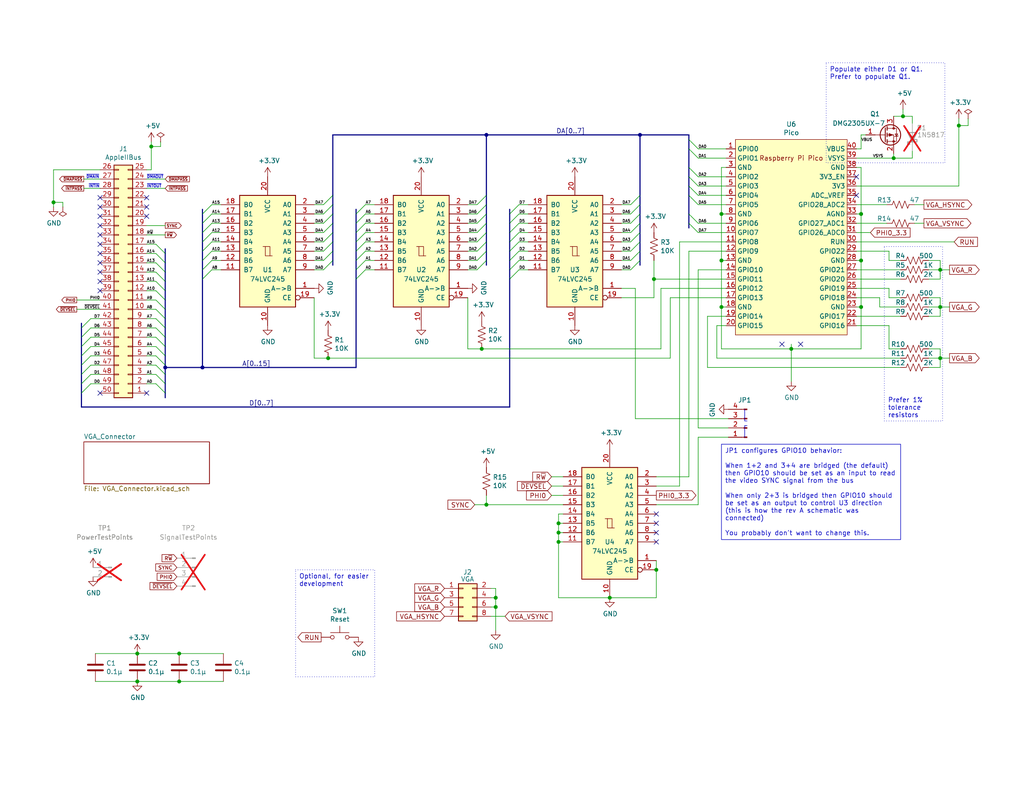
<source format=kicad_sch>
(kicad_sch (version 20230121) (generator eeschema)
  (paper "USLetter")
  (title_block (title "Apple II VGA Card, SMD Mod.") (date "2024-01-27") (rev "A") (comment 1 "Licensed under CERN-OHL-P V2.0 (https://ohwr.org/cern_ohl_p_v2.txt)") (comment 2 "Copyright (c) 2024 Priit Laes") (comment 3 "Copyright (c) 2021-2023 Mark Aikens"))
  (junction (at 179.07 155.575))
  (junction (at 48.895 178.435))
  (junction (at 132.715 36.83))
  (junction (at 48.895 186.055))
  (junction (at 135.255 165.735))
  (junction (at 55.245 100.33))
  (junction (at 14.605 55.245))
  (junction (at 166.37 163.195))
  (junction (at 41.275 40.005))
  (junction (at 243.84 43.18))
  (junction (at 196.85 58.42))
  (junction (at 45.085 100.33))
  (junction (at 152.4 142.875))
  (junction (at 256.54 83.82))
  (junction (at 196.85 83.82))
  (junction (at 132.715 137.795))
  (junction (at 152.4 147.955))
  (junction (at 196.85 71.12))
  (junction (at 261.62 34.29))
  (junction (at 246.38 31.75))
  (junction (at 234.95 71.12))
  (junction (at 178.435 76.2))
  (junction (at 234.95 58.42))
  (junction (at 89.535 97.79))
  (junction (at 215.9 95.25))
  (junction (at 174.625 36.83))
  (junction (at 37.465 178.435))
  (junction (at 131.445 95.25))
  (junction (at 256.54 73.66))
  (junction (at 234.95 83.82))
  (junction (at 135.255 163.195))
  (junction (at 37.465 186.055))
  (junction (at 152.4 145.415))
  (junction (at 256.54 97.79))
  (no_connect (at 27.305 59.055))
  (no_connect (at 27.305 69.215))
  (no_connect (at 233.68 48.26))
  (no_connect (at 218.44 93.98))
  (no_connect (at 233.68 53.34))
  (no_connect (at 27.305 71.755))
  (no_connect (at 27.305 61.595))
  (no_connect (at 40.005 107.315))
  (no_connect (at 27.305 79.375))
  (no_connect (at 213.36 93.98))
  (no_connect (at 40.005 59.055))
  (no_connect (at 40.005 56.515))
  (no_connect (at 179.07 147.955))
  (no_connect (at 40.005 53.975))
  (no_connect (at 27.305 76.835))
  (no_connect (at 179.07 140.335))
  (no_connect (at 27.305 56.515))
  (no_connect (at 179.07 145.415))
  (no_connect (at 27.305 107.315))
  (no_connect (at 27.305 64.135))
  (no_connect (at 179.07 142.875))
  (no_connect (at 27.305 74.295))
  (no_connect (at 27.305 53.975))
  (no_connect (at 27.305 66.675))
  (bus_entry (at 190.5 63.5) (size -2.54 -2.54))
  (bus_entry (at 139.065 63.5) (size 2.54 -2.54))
  (bus_entry (at 55.245 68.58) (size 2.54 -2.54))
  (bus_entry (at 97.155 66.04) (size 2.54 -2.54))
  (bus_entry (at 97.155 68.58) (size 2.54 -2.54))
  (bus_entry (at 22.225 94.615) (size 2.54 -2.54))
  (bus_entry (at 42.545 102.235) (size 2.54 2.54))
  (bus_entry (at 22.225 102.235) (size 2.54 -2.54))
  (bus_entry (at 190.5 48.26) (size -2.54 -2.54))
  (bus_entry (at 139.065 71.12) (size 2.54 -2.54))
  (bus_entry (at 88.265 55.88) (size 2.54 -2.54))
  (bus_entry (at 130.175 55.88) (size 2.54 -2.54))
  (bus_entry (at 55.245 63.5) (size 2.54 -2.54))
  (bus_entry (at 130.175 63.5) (size 2.54 -2.54))
  (bus_entry (at 42.545 74.295) (size 2.54 2.54))
  (bus_entry (at 97.155 58.42) (size 2.54 -2.54))
  (bus_entry (at 42.545 104.775) (size 2.54 2.54))
  (bus_entry (at 190.5 40.64) (size -2.54 -2.54))
  (bus_entry (at 42.545 81.915) (size 2.54 2.54))
  (bus_entry (at 190.5 55.88) (size -2.54 -2.54))
  (bus_entry (at 42.545 84.455) (size 2.54 2.54))
  (bus_entry (at 139.065 66.04) (size 2.54 -2.54))
  (bus_entry (at 130.175 68.58) (size 2.54 -2.54))
  (bus_entry (at 22.225 107.315) (size 2.54 -2.54))
  (bus_entry (at 97.155 73.66) (size 2.54 -2.54))
  (bus_entry (at 190.5 43.18) (size -2.54 -2.54))
  (bus_entry (at 130.175 71.12) (size 2.54 -2.54))
  (bus_entry (at 55.245 71.12) (size 2.54 -2.54))
  (bus_entry (at 88.265 63.5) (size 2.54 -2.54))
  (bus_entry (at 97.155 71.12) (size 2.54 -2.54))
  (bus_entry (at 172.085 58.42) (size 2.54 -2.54))
  (bus_entry (at 172.085 68.58) (size 2.54 -2.54))
  (bus_entry (at 22.225 92.075) (size 2.54 -2.54))
  (bus_entry (at 139.065 76.2) (size 2.54 -2.54))
  (bus_entry (at 42.545 71.755) (size 2.54 2.54))
  (bus_entry (at 97.155 63.5) (size 2.54 -2.54))
  (bus_entry (at 172.085 66.04) (size 2.54 -2.54))
  (bus_entry (at 88.265 60.96) (size 2.54 -2.54))
  (bus_entry (at 190.5 50.8) (size -2.54 -2.54))
  (bus_entry (at 42.545 69.215) (size 2.54 2.54))
  (bus_entry (at 42.545 89.535) (size 2.54 2.54))
  (bus_entry (at 172.085 60.96) (size 2.54 -2.54))
  (bus_entry (at 42.545 97.155) (size 2.54 2.54))
  (bus_entry (at 130.175 73.66) (size 2.54 -2.54))
  (bus_entry (at 42.545 66.675) (size 2.54 2.54))
  (bus_entry (at 42.545 76.835) (size 2.54 2.54))
  (bus_entry (at 42.545 99.695) (size 2.54 2.54))
  (bus_entry (at 130.175 60.96) (size 2.54 -2.54))
  (bus_entry (at 139.065 68.58) (size 2.54 -2.54))
  (bus_entry (at 139.065 58.42) (size 2.54 -2.54))
  (bus_entry (at 22.225 99.695) (size 2.54 -2.54))
  (bus_entry (at 42.545 79.375) (size 2.54 2.54))
  (bus_entry (at 88.265 68.58) (size 2.54 -2.54))
  (bus_entry (at 139.065 60.96) (size 2.54 -2.54))
  (bus_entry (at 88.265 58.42) (size 2.54 -2.54))
  (bus_entry (at 42.545 86.995) (size 2.54 2.54))
  (bus_entry (at 55.245 73.66) (size 2.54 -2.54))
  (bus_entry (at 172.085 71.12) (size 2.54 -2.54))
  (bus_entry (at 97.155 60.96) (size 2.54 -2.54))
  (bus_entry (at 88.265 71.12) (size 2.54 -2.54))
  (bus_entry (at 190.5 60.96) (size -2.54 -2.54))
  (bus_entry (at 190.5 53.34) (size -2.54 -2.54))
  (bus_entry (at 42.545 92.075) (size 2.54 2.54))
  (bus_entry (at 88.265 66.04) (size 2.54 -2.54))
  (bus_entry (at 55.245 66.04) (size 2.54 -2.54))
  (bus_entry (at 22.225 104.775) (size 2.54 -2.54))
  (bus_entry (at 172.085 55.88) (size 2.54 -2.54))
  (bus_entry (at 97.155 76.2) (size 2.54 -2.54))
  (bus_entry (at 88.265 73.66) (size 2.54 -2.54))
  (bus_entry (at 172.085 73.66) (size 2.54 -2.54))
  (bus_entry (at 130.175 58.42) (size 2.54 -2.54))
  (bus_entry (at 139.065 73.66) (size 2.54 -2.54))
  (bus_entry (at 130.175 66.04) (size 2.54 -2.54))
  (bus_entry (at 172.085 63.5) (size 2.54 -2.54))
  (bus_entry (at 55.245 76.2) (size 2.54 -2.54))
  (bus_entry (at 55.245 60.96) (size 2.54 -2.54))
  (bus_entry (at 55.245 58.42) (size 2.54 -2.54))
  (bus_entry (at 22.225 89.535) (size 2.54 -2.54))
  (bus_entry (at 42.545 94.615) (size 2.54 2.54))
  (bus_entry (at 22.225 97.155) (size 2.54 -2.54))
  (bus (pts (xy 45.085 94.615) (xy 45.085 97.155)))
  (wire (pts (xy 42.545 66.675) (xy 40.005 66.675)))
  (wire (pts (xy 234.95 83.82) (xy 234.95 71.12)))
  (wire (pts (xy 42.545 81.915) (xy 40.005 81.915)))
  (bus (pts (xy 187.96 36.83) (xy 187.96 38.1)))
  (wire (pts (xy 253.365 81.28) (xy 256.54 81.28)))
  (bus (pts (xy 97.155 63.5) (xy 97.155 66.04)))
  (wire (pts (xy 152.4 140.335) (xy 152.4 142.875)))
  (wire (pts (xy 26.035 178.435) (xy 37.465 178.435)))
  (wire (pts (xy 57.785 68.58) (xy 60.325 68.58)))
  (wire (pts (xy 152.4 140.335) (xy 153.67 140.335)))
  (bus (pts (xy 139.065 66.04) (xy 139.065 68.58)))
  (wire (pts (xy 24.765 104.775) (xy 27.305 104.775)))
  (wire (pts (xy 256.54 81.28) (xy 256.54 83.82)))
  (bus (pts (xy 90.805 36.83) (xy 132.715 36.83)))
  (wire (pts (xy 42.545 92.075) (xy 40.005 92.075)))
  (wire (pts (xy 233.68 73.66) (xy 245.745 73.66)))
  (wire (pts (xy 152.4 142.875) (xy 152.4 145.415)))
  (wire (pts (xy 256.54 83.82) (xy 253.365 83.82)))
  (wire (pts (xy 14.605 46.355) (xy 14.605 55.245)))
  (wire (pts (xy 259.08 73.66) (xy 256.54 73.66)))
  (bus (pts (xy 187.96 58.42) (xy 187.96 60.96)))
  (bus (pts (xy 139.065 76.2) (xy 139.065 111.125)))
  (bus (pts (xy 132.715 63.5) (xy 132.715 66.04)))
  (wire (pts (xy 234.95 71.12) (xy 233.68 71.12)))
  (wire (pts (xy 234.95 40.64) (xy 233.68 40.64)))
  (wire (pts (xy 144.145 71.12) (xy 141.605 71.12)))
  (wire (pts (xy 41.275 40.005) (xy 43.815 40.005)))
  (wire (pts (xy 132.715 137.795) (xy 129.54 137.795)))
  (wire (pts (xy 196.85 95.25) (xy 196.85 83.82)))
  (wire (pts (xy 245.745 81.28) (xy 242.57 81.28)))
  (wire (pts (xy 152.4 163.195) (xy 166.37 163.195)))
  (wire (pts (xy 152.4 147.955) (xy 153.67 147.955)))
  (wire (pts (xy 243.84 41.91) (xy 243.84 43.18)))
  (wire (pts (xy 169.545 81.28) (xy 178.435 81.28)))
  (wire (pts (xy 42.545 84.455) (xy 40.005 84.455)))
  (bus (pts (xy 45.085 97.155) (xy 45.085 99.695)))
  (wire (pts (xy 195.58 88.9) (xy 198.12 88.9)))
  (wire (pts (xy 173.355 114.3) (xy 198.755 114.3)))
  (wire (pts (xy 190.5 63.5) (xy 198.12 63.5)))
  (wire (pts (xy 88.265 73.66) (xy 85.725 73.66)))
  (wire (pts (xy 233.68 76.2) (xy 245.745 76.2)))
  (wire (pts (xy 196.85 83.82) (xy 196.85 71.12)))
  (wire (pts (xy 102.235 71.12) (xy 99.695 71.12)))
  (wire (pts (xy 132.715 135.255) (xy 132.715 137.795)))
  (bus (pts (xy 139.065 71.12) (xy 139.065 73.66)))
  (wire (pts (xy 242.57 71.12) (xy 242.57 68.58)))
  (wire (pts (xy 144.145 58.42) (xy 141.605 58.42)))
  (wire (pts (xy 14.605 46.355) (xy 27.305 46.355)))
  (bus (pts (xy 187.96 50.8) (xy 187.96 53.34)))
  (bus (pts (xy 45.085 100.33) (xy 45.085 102.235)))
  (wire (pts (xy 144.145 55.88) (xy 141.605 55.88)))
  (wire (pts (xy 130.175 68.58) (xy 127.635 68.58)))
  (wire (pts (xy 252.095 55.88) (xy 249.555 55.88)))
  (wire (pts (xy 57.785 71.12) (xy 60.325 71.12)))
  (bus (pts (xy 45.085 104.775) (xy 45.085 107.315)))
  (wire (pts (xy 256.54 86.36) (xy 256.54 83.82)))
  (bus (pts (xy 187.96 40.64) (xy 187.96 45.72)))
  (wire (pts (xy 178.435 71.12) (xy 178.435 76.2)))
  (wire (pts (xy 131.445 95.25) (xy 180.34 95.25)))
  (wire (pts (xy 127.635 95.25) (xy 131.445 95.25)))
  (bus (pts (xy 132.715 66.04) (xy 132.715 68.58)))
  (bus (pts (xy 45.085 74.295) (xy 45.085 76.835)))
  (bus (pts (xy 174.625 36.83) (xy 187.96 36.83)))
  (wire (pts (xy 57.785 63.5) (xy 60.325 63.5)))
  (wire (pts (xy 190.5 119.38) (xy 190.5 137.795)))
  (wire (pts (xy 85.725 71.12) (xy 88.265 71.12)))
  (bus (pts (xy 45.085 76.835) (xy 45.085 79.375)))
  (wire (pts (xy 187.96 68.58) (xy 198.12 68.58)))
  (wire (pts (xy 179.07 153.035) (xy 179.07 155.575)))
  (bus (pts (xy 187.96 53.34) (xy 187.96 58.42)))
  (wire (pts (xy 261.62 34.29) (xy 261.62 32.385)))
  (wire (pts (xy 150.495 135.255) (xy 153.67 135.255)))
  (bus (pts (xy 132.715 36.83) (xy 174.625 36.83)))
  (wire (pts (xy 42.545 94.615) (xy 40.005 94.615)))
  (wire (pts (xy 190.5 60.96) (xy 198.12 60.96)))
  (wire (pts (xy 242.57 95.25) (xy 245.745 95.25)))
  (wire (pts (xy 57.785 73.66) (xy 60.325 73.66)))
  (wire (pts (xy 102.235 58.42) (xy 99.695 58.42)))
  (wire (pts (xy 259.08 97.79) (xy 256.54 97.79)))
  (bus (pts (xy 22.225 111.125) (xy 139.065 111.125)))
  (wire (pts (xy 144.145 68.58) (xy 141.605 68.58)))
  (wire (pts (xy 240.03 81.28) (xy 233.68 81.28)))
  (wire (pts (xy 256.54 97.79) (xy 253.365 97.79)))
  (wire (pts (xy 42.545 89.535) (xy 40.005 89.535)))
  (wire (pts (xy 196.85 58.42) (xy 198.12 58.42)))
  (wire (pts (xy 172.085 66.04) (xy 169.545 66.04)))
  (bus (pts (xy 55.245 68.58) (xy 55.245 71.12)))
  (bus (pts (xy 45.085 79.375) (xy 45.085 81.915)))
  (wire (pts (xy 102.235 60.96) (xy 99.695 60.96)))
  (wire (pts (xy 27.305 81.915) (xy 20.955 81.915)))
  (wire (pts (xy 57.785 60.96) (xy 60.325 60.96)))
  (wire (pts (xy 253.365 76.2) (xy 256.54 76.2)))
  (wire (pts (xy 198.12 50.8) (xy 190.5 50.8)))
  (wire (pts (xy 253.365 100.33) (xy 256.54 100.33)))
  (wire (pts (xy 190.5 53.34) (xy 198.12 53.34)))
  (bus (pts (xy 174.625 63.5) (xy 174.625 66.04)))
  (wire (pts (xy 127.635 81.28) (xy 127.635 95.25)))
  (wire (pts (xy 172.085 71.12) (xy 169.545 71.12)))
  (bus (pts (xy 90.805 55.88) (xy 90.805 58.42)))
  (wire (pts (xy 152.4 142.875) (xy 153.67 142.875)))
  (wire (pts (xy 88.265 55.88) (xy 85.725 55.88)))
  (wire (pts (xy 135.255 165.735) (xy 133.985 165.735)))
  (wire (pts (xy 190.5 55.88) (xy 198.12 55.88)))
  (wire (pts (xy 40.005 48.895) (xy 45.085 48.895)))
  (wire (pts (xy 193.04 86.36) (xy 198.12 86.36)))
  (wire (pts (xy 233.68 50.8) (xy 261.62 50.8)))
  (wire (pts (xy 88.265 66.04) (xy 85.725 66.04)))
  (bus (pts (xy 90.805 53.34) (xy 90.805 55.88)))
  (wire (pts (xy 172.085 58.42) (xy 169.545 58.42)))
  (bus (pts (xy 97.155 68.58) (xy 97.155 71.12)))
  (bus (pts (xy 90.805 66.04) (xy 90.805 68.58)))
  (wire (pts (xy 150.495 132.715) (xy 153.67 132.715)))
  (wire (pts (xy 169.545 73.66) (xy 172.085 73.66)))
  (bus (pts (xy 45.085 99.695) (xy 45.085 100.33)))
  (wire (pts (xy 195.58 97.79) (xy 245.745 97.79)))
  (wire (pts (xy 234.95 36.83) (xy 234.95 40.64)))
  (bus (pts (xy 45.085 89.535) (xy 45.085 92.075)))
  (wire (pts (xy 40.005 46.355) (xy 41.275 46.355)))
  (wire (pts (xy 88.265 63.5) (xy 85.725 63.5)))
  (wire (pts (xy 215.9 95.25) (xy 234.95 95.25)))
  (wire (pts (xy 193.04 100.33) (xy 245.745 100.33)))
  (wire (pts (xy 130.175 71.12) (xy 127.635 71.12)))
  (bus (pts (xy 45.085 84.455) (xy 45.085 86.995)))
  (bus (pts (xy 174.625 55.88) (xy 174.625 58.42)))
  (bus (pts (xy 132.715 36.83) (xy 132.715 53.34)))
  (wire (pts (xy 102.235 55.88) (xy 99.695 55.88)))
  (bus (pts (xy 55.245 100.33) (xy 97.155 100.33)))
  (bus (pts (xy 187.96 48.26) (xy 187.96 50.8)))
  (wire (pts (xy 190.5 119.38) (xy 198.755 119.38)))
  (bus (pts (xy 45.085 92.075) (xy 45.085 94.615)))
  (wire (pts (xy 196.85 71.12) (xy 196.85 58.42)))
  (wire (pts (xy 144.145 66.04) (xy 141.605 66.04)))
  (wire (pts (xy 43.815 40.005) (xy 43.815 38.735)))
  (wire (pts (xy 182.88 81.28) (xy 198.12 81.28)))
  (wire (pts (xy 57.785 55.88) (xy 60.325 55.88)))
  (bus (pts (xy 97.155 58.42) (xy 97.155 60.96)))
  (wire (pts (xy 135.255 160.655) (xy 135.255 163.195)))
  (polyline (pts (xy 203.2 111.76) (xy 203.2 114.935)))
  (wire (pts (xy 130.175 73.66) (xy 127.635 73.66)))
  (wire (pts (xy 102.235 66.04) (xy 99.695 66.04)))
  (wire (pts (xy 102.235 63.5) (xy 99.695 63.5)))
  (bus (pts (xy 139.065 57.15) (xy 139.065 58.42)))
  (bus (pts (xy 22.225 99.695) (xy 22.225 102.235)))
  (wire (pts (xy 253.365 86.36) (xy 256.54 86.36)))
  (wire (pts (xy 41.275 46.355) (xy 41.275 40.005)))
  (bus (pts (xy 139.065 58.42) (xy 139.065 60.96)))
  (wire (pts (xy 88.265 60.96) (xy 85.725 60.96)))
  (wire (pts (xy 246.38 29.845) (xy 246.38 31.75)))
  (wire (pts (xy 240.03 83.82) (xy 245.745 83.82)))
  (wire (pts (xy 135.255 163.195) (xy 135.255 165.735)))
  (wire (pts (xy 242.57 88.9) (xy 242.57 95.25)))
  (wire (pts (xy 264.16 32.385) (xy 264.16 34.29)))
  (bus (pts (xy 45.085 67.945) (xy 45.085 69.215)))
  (wire (pts (xy 135.255 163.195) (xy 133.985 163.195)))
  (wire (pts (xy 48.895 186.055) (xy 37.465 186.055)))
  (bus (pts (xy 132.715 58.42) (xy 132.715 60.96)))
  (wire (pts (xy 187.96 68.58) (xy 187.96 130.175)))
  (bus (pts (xy 97.155 57.15) (xy 97.155 58.42)))
  (wire (pts (xy 242.57 78.74) (xy 233.68 78.74)))
  (bus (pts (xy 187.96 60.96) (xy 187.96 62.23)))
  (wire (pts (xy 242.57 81.28) (xy 242.57 78.74)))
  (wire (pts (xy 130.175 63.5) (xy 127.635 63.5)))
  (wire (pts (xy 256.54 95.25) (xy 256.54 97.79)))
  (wire (pts (xy 196.85 58.42) (xy 196.85 45.72)))
  (wire (pts (xy 215.9 95.25) (xy 215.9 93.98)))
  (wire (pts (xy 152.4 145.415) (xy 153.67 145.415)))
  (wire (pts (xy 242.57 68.58) (xy 233.68 68.58)))
  (wire (pts (xy 179.07 132.715) (xy 185.42 132.715)))
  (wire (pts (xy 234.95 45.72) (xy 233.68 45.72)))
  (wire (pts (xy 133.985 168.275) (xy 137.795 168.275)))
  (wire (pts (xy 24.765 86.995) (xy 27.305 86.995)))
  (wire (pts (xy 40.005 61.595) (xy 45.085 61.595)))
  (wire (pts (xy 144.145 63.5) (xy 141.605 63.5)))
  (wire (pts (xy 130.175 66.04) (xy 127.635 66.04)))
  (wire (pts (xy 234.95 36.83) (xy 236.22 36.83)))
  (bus (pts (xy 97.155 60.96) (xy 97.155 63.5)))
  (wire (pts (xy 178.435 76.2) (xy 178.435 81.28)))
  (bus (pts (xy 45.085 102.235) (xy 45.085 104.775)))
  (bus (pts (xy 174.625 58.42) (xy 174.625 60.96)))
  (wire (pts (xy 17.145 55.245) (xy 14.605 55.245)))
  (wire (pts (xy 57.785 66.04) (xy 60.325 66.04)))
  (wire (pts (xy 242.57 88.9) (xy 233.68 88.9)))
  (bus (pts (xy 139.065 73.66) (xy 139.065 76.2)))
  (wire (pts (xy 193.04 100.33) (xy 193.04 86.36)))
  (bus (pts (xy 139.065 68.58) (xy 139.065 71.12)))
  (wire (pts (xy 246.38 31.75) (xy 248.92 31.75)))
  (bus (pts (xy 139.065 60.96) (xy 139.065 63.5)))
  (wire (pts (xy 17.145 56.515) (xy 17.145 55.245)))
  (wire (pts (xy 40.005 51.435) (xy 45.085 51.435)))
  (wire (pts (xy 27.305 48.895) (xy 22.86 48.895)))
  (bus (pts (xy 22.225 97.155) (xy 22.225 99.695)))
  (wire (pts (xy 259.08 83.82) (xy 256.54 83.82)))
  (bus (pts (xy 45.085 69.215) (xy 45.085 71.755)))
  (wire (pts (xy 243.84 43.18) (xy 248.92 43.18)))
  (bus (pts (xy 187.96 45.72) (xy 187.96 48.26)))
  (wire (pts (xy 196.85 45.72) (xy 198.12 45.72)))
  (bus (pts (xy 97.155 66.04) (xy 97.155 68.58)))
  (wire (pts (xy 152.4 147.955) (xy 152.4 163.195)))
  (wire (pts (xy 24.765 94.615) (xy 27.305 94.615)))
  (wire (pts (xy 185.42 66.04) (xy 185.42 132.715)))
  (bus (pts (xy 45.085 100.33) (xy 55.245 100.33)))
  (wire (pts (xy 37.465 186.055) (xy 26.035 186.055)))
  (wire (pts (xy 45.085 64.135) (xy 40.005 64.135)))
  (wire (pts (xy 179.07 155.575) (xy 179.07 163.195)))
  (wire (pts (xy 20.955 84.455) (xy 27.305 84.455)))
  (wire (pts (xy 88.265 68.58) (xy 85.725 68.58)))
  (wire (pts (xy 242.57 71.12) (xy 245.745 71.12)))
  (bus (pts (xy 90.805 60.96) (xy 90.805 63.5)))
  (wire (pts (xy 243.84 31.75) (xy 246.38 31.75)))
  (bus (pts (xy 22.225 107.315) (xy 22.225 111.125)))
  (bus (pts (xy 22.225 94.615) (xy 22.225 97.155)))
  (wire (pts (xy 48.895 178.435) (xy 60.96 178.435)))
  (wire (pts (xy 234.95 58.42) (xy 234.95 45.72)))
  (wire (pts (xy 89.535 97.79) (xy 182.88 97.79)))
  (wire (pts (xy 173.355 78.74) (xy 169.545 78.74)))
  (wire (pts (xy 42.545 104.775) (xy 40.005 104.775)))
  (wire (pts (xy 42.545 76.835) (xy 40.005 76.835)))
  (wire (pts (xy 241.935 60.96) (xy 233.68 60.96)))
  (wire (pts (xy 57.785 58.42) (xy 60.325 58.42)))
  (wire (pts (xy 42.545 99.695) (xy 40.005 99.695)))
  (polyline (pts (xy 203.835 114.935) (xy 203.2 114.935)))
  (bus (pts (xy 90.805 68.58) (xy 90.805 71.12)))
  (wire (pts (xy 42.545 86.995) (xy 40.005 86.995)))
  (wire (pts (xy 253.365 71.12) (xy 256.54 71.12)))
  (wire (pts (xy 130.175 55.88) (xy 127.635 55.88)))
  (bus (pts (xy 132.715 60.96) (xy 132.715 63.5)))
  (wire (pts (xy 256.54 73.66) (xy 253.365 73.66)))
  (wire (pts (xy 42.545 79.375) (xy 40.005 79.375)))
  (wire (pts (xy 42.545 69.215) (xy 40.005 69.215)))
  (wire (pts (xy 234.95 83.82) (xy 233.68 83.82)))
  (bus (pts (xy 55.245 66.04) (xy 55.245 68.58)))
  (bus (pts (xy 90.805 71.12) (xy 90.805 72.39)))
  (bus (pts (xy 55.245 76.2) (xy 55.245 100.33)))
  (wire (pts (xy 133.985 160.655) (xy 135.255 160.655)))
  (wire (pts (xy 233.68 86.36) (xy 245.745 86.36)))
  (bus (pts (xy 45.085 86.995) (xy 45.085 89.535)))
  (wire (pts (xy 180.34 78.74) (xy 198.12 78.74)))
  (bus (pts (xy 55.245 60.96) (xy 55.245 63.5)))
  (bus (pts (xy 22.225 102.235) (xy 22.225 104.775)))
  (wire (pts (xy 173.355 78.74) (xy 173.355 114.3)))
  (wire (pts (xy 150.495 130.175) (xy 153.67 130.175)))
  (wire (pts (xy 240.03 83.82) (xy 240.03 81.28)))
  (bus (pts (xy 45.085 107.315) (xy 45.085 108.585)))
  (wire (pts (xy 144.145 73.66) (xy 141.605 73.66)))
  (wire (pts (xy 190.5 137.795) (xy 179.07 137.795)))
  (wire (pts (xy 144.145 60.96) (xy 141.605 60.96)))
  (wire (pts (xy 234.95 95.25) (xy 234.95 83.82)))
  (polyline (pts (xy 203.2 119.38) (xy 203.2 116.205)))
  (polyline (pts (xy 203.835 116.205) (xy 203.2 116.205)))
  (bus (pts (xy 132.715 71.12) (xy 132.715 72.39)))
  (bus (pts (xy 174.625 53.34) (xy 174.625 55.88)))
  (wire (pts (xy 237.49 63.5) (xy 233.68 63.5)))
  (bus (pts (xy 45.085 71.755) (xy 45.085 74.295)))
  (bus (pts (xy 55.245 57.15) (xy 55.245 58.42)))
  (wire (pts (xy 24.765 102.235) (xy 27.305 102.235)))
  (wire (pts (xy 264.16 34.29) (xy 261.62 34.29)))
  (wire (pts (xy 42.545 71.755) (xy 40.005 71.755)))
  (bus (pts (xy 174.625 68.58) (xy 174.625 71.12)))
  (bus (pts (xy 45.085 81.915) (xy 45.085 84.455)))
  (bus (pts (xy 22.225 88.265) (xy 22.225 89.535)))
  (wire (pts (xy 233.68 66.04) (xy 260.35 66.04)))
  (wire (pts (xy 248.92 43.18) (xy 248.92 41.275)))
  (wire (pts (xy 190.5 116.84) (xy 198.755 116.84)))
  (wire (pts (xy 256.54 76.2) (xy 256.54 73.66)))
  (wire (pts (xy 248.92 31.75) (xy 248.92 33.655)))
  (wire (pts (xy 166.37 163.195) (xy 179.07 163.195)))
  (wire (pts (xy 185.42 66.04) (xy 198.12 66.04)))
  (wire (pts (xy 85.725 81.28) (xy 85.725 97.79)))
  (wire (pts (xy 88.265 58.42) (xy 85.725 58.42)))
  (bus (pts (xy 97.155 71.12) (xy 97.155 73.66)))
  (wire (pts (xy 132.715 137.795) (xy 153.67 137.795)))
  (wire (pts (xy 172.085 63.5) (xy 169.545 63.5)))
  (wire (pts (xy 190.5 73.66) (xy 190.5 116.84)))
  (bus (pts (xy 90.805 58.42) (xy 90.805 60.96)))
  (bus (pts (xy 90.805 36.83) (xy 90.805 53.34)))
  (bus (pts (xy 55.245 58.42) (xy 55.245 60.96)))
  (bus (pts (xy 22.225 89.535) (xy 22.225 92.075)))
  (wire (pts (xy 85.725 97.79) (xy 89.535 97.79)))
  (bus (pts (xy 97.155 76.2) (xy 97.155 100.33)))
  (bus (pts (xy 22.225 92.075) (xy 22.225 94.615)))
  (wire (pts (xy 172.085 68.58) (xy 169.545 68.58)))
  (wire (pts (xy 130.175 58.42) (xy 127.635 58.42)))
  (wire (pts (xy 233.68 43.18) (xy 243.84 43.18)))
  (bus (pts (xy 97.155 73.66) (xy 97.155 76.2)))
  (wire (pts (xy 41.275 40.005) (xy 41.275 38.735)))
  (wire (pts (xy 190.5 43.18) (xy 198.12 43.18)))
  (wire (pts (xy 130.175 60.96) (xy 127.635 60.96)))
  (wire (pts (xy 234.95 71.12) (xy 234.95 58.42)))
  (bus (pts (xy 55.245 63.5) (xy 55.245 66.04)))
  (bus (pts (xy 55.245 73.66) (xy 55.245 76.2)))
  (wire (pts (xy 241.935 55.88) (xy 233.68 55.88)))
  (bus (pts (xy 55.245 71.12) (xy 55.245 73.66)))
  (wire (pts (xy 24.765 89.535) (xy 27.305 89.535)))
  (wire (pts (xy 172.085 60.96) (xy 169.545 60.96)))
  (wire (pts (xy 172.085 55.88) (xy 169.545 55.88)))
  (wire (pts (xy 196.85 83.82) (xy 198.12 83.82)))
  (bus (pts (xy 139.065 63.5) (xy 139.065 66.04)))
  (wire (pts (xy 180.34 95.25) (xy 180.34 78.74)))
  (wire (pts (xy 253.365 95.25) (xy 256.54 95.25)))
  (wire (pts (xy 252.095 60.96) (xy 249.555 60.96)))
  (wire (pts (xy 179.07 130.175) (xy 187.96 130.175)))
  (wire (pts (xy 198.12 73.66) (xy 190.5 73.66)))
  (bus (pts (xy 22.225 104.775) (xy 22.225 107.315)))
  (wire (pts (xy 42.545 102.235) (xy 40.005 102.235)))
  (bus (pts (xy 132.715 55.88) (xy 132.715 58.42)))
  (wire (pts (xy 190.5 48.26) (xy 198.12 48.26)))
  (wire (pts (xy 24.765 97.155) (xy 27.305 97.155)))
  (bus (pts (xy 174.625 60.96) (xy 174.625 63.5)))
  (wire (pts (xy 196.85 71.12) (xy 198.12 71.12)))
  (bus (pts (xy 132.715 68.58) (xy 132.715 71.12)))
  (wire (pts (xy 178.435 76.2) (xy 198.12 76.2)))
  (wire (pts (xy 24.765 99.695) (xy 27.305 99.695)))
  (wire (pts (xy 42.545 97.155) (xy 40.005 97.155)))
  (wire (pts (xy 234.95 58.42) (xy 233.68 58.42)))
  (bus (pts (xy 187.96 38.1) (xy 187.96 40.64)))
  (wire (pts (xy 48.895 186.055) (xy 60.96 186.055)))
  (bus (pts (xy 90.805 63.5) (xy 90.805 66.04)))
  (wire (pts (xy 152.4 145.415) (xy 152.4 147.955)))
  (bus (pts (xy 174.625 66.04) (xy 174.625 68.58)))
  (wire (pts (xy 102.235 68.58) (xy 99.695 68.58)))
  (wire (pts (xy 195.58 97.79) (xy 195.58 88.9)))
  (wire (pts (xy 24.765 92.075) (xy 27.305 92.075)))
  (bus (pts (xy 174.625 71.12) (xy 174.625 72.39)))
  (wire (pts (xy 215.9 104.14) (xy 215.9 95.25)))
  (wire (pts (xy 256.54 71.12) (xy 256.54 73.66)))
  (bus (pts (xy 174.625 36.83) (xy 174.625 53.34)))
  (wire (pts (xy 256.54 100.33) (xy 256.54 97.79)))
  (wire (pts (xy 37.465 178.435) (xy 48.895 178.435)))
  (wire (pts (xy 182.88 97.79) (xy 182.88 81.28)))
  (wire (pts (xy 22.86 51.435) (xy 27.305 51.435)))
  (bus (pts (xy 132.715 53.34) (xy 132.715 55.88)))
  (wire (pts (xy 14.605 55.245) (xy 14.605 56.515)))
  (wire (pts (xy 42.545 74.295) (xy 40.005 74.295)))
  (wire (pts (xy 261.62 50.8) (xy 261.62 34.29)))
  (wire (pts (xy 135.255 165.735) (xy 135.255 172.085)))
  (wire (pts (xy 196.85 95.25) (xy 215.9 95.25)))
  (wire (pts (xy 190.5 40.64) (xy 198.12 40.64)))
  (wire (pts (xy 102.235 73.66) (xy 99.695 73.66)))
  (text_box "Optional, for easier development" (at 80.645 155.575 0) (size 21.59 29.21) (stroke (width 0) (type dot)) (effects (font (size 1.27 1.27)) (justify left top)))
  (text_box "Populate either D1 or Q1. Prefer to populate Q1." (at 225.425 17.145 0) (size 32.385 27.305) (stroke (width 0) (type dot)) (effects (font (size 1.27 1.27)) (justify left top)))
  (text_box "JP1 configures GPIO10 behavior:\n\nWhen 1+2 and 3+4 are bridged (the default) then GPIO10 should be set as an input to read the video SYNC signal from the bus\n\nWhen only 2+3 is bridged then GPIO10 should be set as an output to control U3 direction (this is how the rev A schematic was connected)\n\nYou probably don't want to change this." (at 196.85 121.285 0) (size 48.895 26.035) (effects (font (size 1.27 1.27)) (justify left top)))
  (text_box "Prefer 1% tolerance resistors" (at 241.3 67.31 0) (size 15.875 47.625) (stroke (width 0) (type dot)) (effects (font (size 1.27 1.27)) (justify left bottom)))
  (text "~{DMAIN}" (at 23.495 48.895 0) (effects (font (size 0.762 0.762)) (justify left bottom)))
  (text "~{INTOUT}" (at 40.005 51.435 0) (effects (font (size 0.762 0.762)) (justify left bottom)))
  (text "~{DMAOUT}" (at 40.005 48.895 0) (effects (font (size 0.762 0.762)) (justify left bottom)))
  (text "~{INTIN}" (at 24.13 51.435 0) (effects (font (size 0.762 0.762)) (justify left bottom)))
  (label "D4" (at 141.605 63.5 0) (effects (font (size 0.762 0.762))))
  (label "DA7" (at 172.085 55.88 180) (effects (font (size 0.762 0.762))))
  (label "A0" (at 99.695 73.66 0) (effects (font (size 0.762 0.762))))
  (label "DA6" (at 130.175 58.42 180) (effects (font (size 0.762 0.762))))
  (label "PHI0" (at 27.305 81.915 180) (effects (font (size 0.762 0.762))))
  (label "D3" (at 141.605 66.04 0) (effects (font (size 0.762 0.762))))
  (label "A0" (at 40.005 104.775 0) (effects (font (size 0.762 0.762))))
  (label "DA1" (at 88.265 71.12 180) (effects (font (size 0.762 0.762))))
  (label "D1" (at 27.305 102.235 180) (effects (font (size 0.762 0.762))))
  (label "D5" (at 27.305 92.075 180) (effects (font (size 0.762 0.762))))
  (label "A13" (at 40.005 71.755 0) (effects (font (size 0.762 0.762))))
  (label "A1" (at 40.005 102.235 0) (effects (font (size 0.762 0.762))))
  (label "A11" (at 57.785 66.04 0) (effects (font (size 0.762 0.762))))
  (label "DA3" (at 190.5 50.8 0) (effects (font (size 0.762 0.762))))
  (label "A8" (at 40.005 84.455 0) (effects (font (size 0.762 0.762))))
  (label "A11" (at 40.005 76.835 0) (effects (font (size 0.762 0.762))))
  (label "D6" (at 141.605 58.42 0) (effects (font (size 0.762 0.762))))
  (label "A7" (at 99.695 55.88 0) (effects (font (size 0.762 0.762))))
  (label "A3" (at 40.005 97.155 0) (effects (font (size 0.762 0.762))))
  (label "A8" (at 57.785 73.66 0) (effects (font (size 0.762 0.762))))
  (label "A2" (at 99.695 68.58 0) (effects (font (size 0.762 0.762))))
  (label "DA5" (at 172.085 60.96 180) (effects (font (size 0.762 0.762))))
  (label "A[0..15]" (at 66.04 100.33 0))
  (label "DA7" (at 130.175 55.88 180) (effects (font (size 0.762 0.762))))
  (label "A15" (at 57.785 55.88 0) (effects (font (size 0.762 0.762))))
  (label "D0" (at 27.305 104.775 180) (effects (font (size 0.762 0.762))))
  (label "DA0" (at 172.085 73.66 180) (effects (font (size 0.762 0.762))))
  (label "VSYS" (at 238.125 43.18 0) (effects (font (size 0.75 0.75))))
  (label "A6" (at 40.005 89.535 0) (effects (font (size 0.762 0.762))))
  (label "D0" (at 141.605 73.66 0) (effects (font (size 0.762 0.762))))
  (label "DA0" (at 130.175 73.66 180) (effects (font (size 0.762 0.762))))
  (label "DA4" (at 88.265 63.5 180) (effects (font (size 0.762 0.762))))
  (label "D1" (at 141.605 71.12 0) (effects (font (size 0.762 0.762))))
  (label "A9" (at 57.785 71.12 0) (effects (font (size 0.762 0.762))))
  (label "D[0..7]" (at 67.945 111.125 0))
  (label "DA2" (at 190.5 48.26 0) (effects (font (size 0.762 0.762))))
  (label "A4" (at 40.005 94.615 0) (effects (font (size 0.762 0.762))))
  (label "A6" (at 99.695 58.42 0) (effects (font (size 0.762 0.762))))
  (label "DA0" (at 190.5 40.64 0) (effects (font (size 0.762 0.762))))
  (label "DA0" (at 88.265 73.66 180) (effects (font (size 0.762 0.762))))
  (label "D6" (at 27.305 89.535 180) (effects (font (size 0.762 0.762))))
  (label "A2" (at 40.005 99.695 0) (effects (font (size 0.762 0.762))))
  (label "DA2" (at 88.265 68.58 180) (effects (font (size 0.762 0.762))))
  (label "DA4" (at 130.175 63.5 180) (effects (font (size 0.762 0.762))))
  (label "D7" (at 27.305 86.995 180) (effects (font (size 0.762 0.762))))
  (label "DA4" (at 190.5 53.34 0) (effects (font (size 0.762 0.762))))
  (label "DA6" (at 172.085 58.42 180) (effects (font (size 0.762 0.762))))
  (label "A12" (at 40.005 74.295 0) (effects (font (size 0.762 0.762))))
  (label "DA1" (at 190.5 43.18 0) (effects (font (size 0.762 0.762))))
  (label "DA3" (at 130.175 66.04 180) (effects (font (size 0.762 0.762))))
  (label "A1" (at 99.695 71.12 0) (effects (font (size 0.762 0.762))))
  (label "A15" (at 40.005 66.675 0) (effects (font (size 0.762 0.762))))
  (label "DA3" (at 88.265 66.04 180) (effects (font (size 0.762 0.762))))
  (label "A14" (at 57.785 58.42 0) (effects (font (size 0.762 0.762))))
  (label "A5" (at 99.695 60.96 0) (effects (font (size 0.762 0.762))))
  (label "D4" (at 27.305 94.615 180) (effects (font (size 0.762 0.762))))
  (label "DA6" (at 190.5 60.96 0) (effects (font (size 0.762 0.762))))
  (label "D5" (at 141.605 60.96 0) (effects (font (size 0.762 0.762))))
  (label "A4" (at 99.695 63.5 0) (effects (font (size 0.762 0.762))))
  (label "A12" (at 57.785 63.5 0) (effects (font (size 0.762 0.762))))
  (label "R~{W}" (at 40.005 64.135 0) (effects (font (size 0.762 0.762))))
  (label "DA7" (at 88.265 55.88 180) (effects (font (size 0.762 0.762))))
  (label "A5" (at 40.005 92.075 0) (effects (font (size 0.762 0.762))))
  (label "D3" (at 27.305 97.155 180) (effects (font (size 0.762 0.762))))
  (label "A13" (at 57.785 60.96 0) (effects (font (size 0.762 0.762))))
  (label "D2" (at 141.605 68.58 0) (effects (font (size 0.762 0.762))))
  (label "~{DEVSEL}" (at 27.305 84.455 180) (effects (font (size 0.762 0.762))))
  (label "DA5" (at 88.265 60.96 180) (effects (font (size 0.762 0.762))))
  (label "DA5" (at 190.5 55.88 0) (effects (font (size 0.762 0.762))))
  (label "DA4" (at 172.085 63.5 180) (effects (font (size 0.762 0.762))))
  (label "A9" (at 40.005 81.915 0) (effects (font (size 0.762 0.762))))
  (label "DA5" (at 130.175 60.96 180) (effects (font (size 0.762 0.762))))
  (label "A10" (at 57.785 68.58 0) (effects (font (size 0.762 0.762))))
  (label "DA[0..7]" (at 151.765 36.83 0))
  (label "DA6" (at 88.265 58.42 180) (effects (font (size 0.762 0.762))))
  (label "DA1" (at 130.175 71.12 180) (effects (font (size 0.762 0.762))))
  (label "D7" (at 141.605 55.88 0) (effects (font (size 0.762 0.762))))
  (label "DA1" (at 172.085 71.12 180) (effects (font (size 0.762 0.762))))
  (label "DA2" (at 130.175 68.58 180) (effects (font (size 0.762 0.762))))
  (label "VBUS" (at 234.95 38.735 0) (effects (font (size 0.75 0.75))))
  (label "D2" (at 27.305 99.695 180) (effects (font (size 0.762 0.762))))
  (label "DA3" (at 172.085 66.04 180) (effects (font (size 0.762 0.762))))
  (label "DA2" (at 172.085 68.58 180) (effects (font (size 0.762 0.762))))
  (label "DA7" (at 190.5 63.5 0) (effects (font (size 0.762 0.762))))
  (label "A7" (at 40.005 86.995 0) (effects (font (size 0.762 0.762))))
  (label "A3" (at 99.695 66.04 0) (effects (font (size 0.762 0.762))))
  (label "A10" (at 40.005 79.375 0) (effects (font (size 0.762 0.762))))
  (label "A14" (at 40.005 69.215 0) (effects (font (size 0.762 0.762))))
  (global_label "RUN" (shape output) (at 87.63 173.99 180) (property "Intersheetrefs" "${INTERSHEET_REFS}" (effects hide)))
  (global_label "~{DEVSEL}" (shape output) (at 20.955 84.455 180) (effects (font (size 0.762 0.762))) (property "Intersheetrefs" "${INTERSHEET_REFS}" (effects hide)))
  (global_label "VGA_VSYNC" (shape input) (at 137.795 168.275 0) (property "Intersheetrefs" "${INTERSHEET_REFS}" (effects hide)))
  (global_label "PHI0" (shape input) (at 150.495 135.255 180) (property "Intersheetrefs" "${INTERSHEET_REFS}" (effects hide)))
  (global_label "VGA_R" (shape output) (at 259.08 73.66 0) (property "Intersheetrefs" "${INTERSHEET_REFS}" (effects hide)))
  (global_label "R~{W}" (shape input) (at 48.26 152.4 180) (effects (font (size 1 1))) (property "Intersheetrefs" "${INTERSHEET_REFS}" (effects hide)))
  (global_label "R~{W}" (shape output) (at 45.085 64.135 0) (effects (font (size 0.762 0.762))) (property "Intersheetrefs" "${INTERSHEET_REFS}" (effects hide)))
  (global_label "~{INTPASS}" (shape output) (at 22.86 51.435 180) (effects (font (size 0.762 0.762))) (property "Intersheetrefs" "${INTERSHEET_REFS}" (effects hide)))
  (global_label "PHI0" (shape input) (at 48.26 157.48 180) (effects (font (size 1 1))) (property "Intersheetrefs" "${INTERSHEET_REFS}" (effects hide)))
  (global_label "RUN" (shape input) (at 260.35 66.04 0) (property "Intersheetrefs" "${INTERSHEET_REFS}" (effects hide)))
  (global_label "VGA_HSYNC" (shape input) (at 121.285 168.275 180) (property "Intersheetrefs" "${INTERSHEET_REFS}" (effects hide)))
  (global_label "~{INTPASS}" (shape input) (at 45.085 51.435 0) (effects (font (size 0.762 0.762))) (property "Intersheetrefs" "${INTERSHEET_REFS}" (effects hide)))
  (global_label "VGA_VSYNC" (shape output) (at 252.095 60.96 0) (property "Intersheetrefs" "${INTERSHEET_REFS}" (effects hide)))
  (global_label "SYNC" (shape input) (at 48.26 154.94 180) (effects (font (size 1 1))) (property "Intersheetrefs" "${INTERSHEET_REFS}" (effects hide)))
  (global_label "VGA_R" (shape input) (at 121.285 160.655 180) (property "Intersheetrefs" "${INTERSHEET_REFS}" (effects hide)))
  (global_label "~{DMAPASS}" (shape output) (at 22.86 48.895 180) (effects (font (size 0.762 0.762))) (property "Intersheetrefs" "${INTERSHEET_REFS}" (effects hide)))
  (global_label "PHI0_3.3" (shape output) (at 179.07 135.255 0) (property "Intersheetrefs" "${INTERSHEET_REFS}" (effects hide)))
  (global_label "R~{W}" (shape input) (at 150.495 130.175 180) (property "Intersheetrefs" "${INTERSHEET_REFS}" (effects hide)))
  (global_label "SYNC" (shape output) (at 45.085 61.595 0) (effects (font (size 0.762 0.762))) (property "Intersheetrefs" "${INTERSHEET_REFS}" (effects hide)))
  (global_label "PHI0" (shape output) (at 20.955 81.915 180) (effects (font (size 0.762 0.762))) (property "Intersheetrefs" "${INTERSHEET_REFS}" (effects hide)))
  (global_label "VGA_B" (shape input) (at 121.285 165.735 180) (property "Intersheetrefs" "${INTERSHEET_REFS}" (effects hide)))
  (global_label "~{DEVSEL}" (shape input) (at 48.26 160.02 180) (effects (font (size 1 1))) (property "Intersheetrefs" "${INTERSHEET_REFS}" (effects hide)))
  (global_label "SYNC" (shape input) (at 129.54 137.795 180) (property "Intersheetrefs" "${INTERSHEET_REFS}" (effects hide)))
  (global_label "~{DEVSEL}" (shape input) (at 150.495 132.715 180) (property "Intersheetrefs" "${INTERSHEET_REFS}" (effects hide)))
  (global_label "~{DMAPASS}" (shape input) (at 45.085 48.895 0) (effects (font (size 0.762 0.762))) (property "Intersheetrefs" "${INTERSHEET_REFS}" (effects hide)))
  (global_label "VGA_G" (shape input) (at 121.285 163.195 180) (property "Intersheetrefs" "${INTERSHEET_REFS}" (effects hide)))
  (global_label "VGA_B" (shape output) (at 259.08 97.79 0) (property "Intersheetrefs" "${INTERSHEET_REFS}" (effects hide)))
  (global_label "VGA_G" (shape output) (at 259.08 83.82 0) (property "Intersheetrefs" "${INTERSHEET_REFS}" (effects hide)))
  (global_label "VGA_HSYNC" (shape output) (at 252.095 55.88 0) (property "Intersheetrefs" "${INTERSHEET_REFS}" (effects hide)))
  (global_label "PHI0_3.3" (shape input) (at 237.49 63.5 0) (property "Intersheetrefs" "${INTERSHEET_REFS}" (effects hide)))
  (symbol (lib_id "74xx:74LS245") (at 73.025 68.58 0) (mirror y) (unit 1)
    (property "Reference" "U1" (at 73.025 73.66 0))
    (property "Value" "74LVC245" (at 73.025 76.2 0))
    (property "Footprint" "Package_SO:SOIC-20W_7.5x12.8mm_P1.27mm" (effects hide))
    (property "Datasheet" "https://www.ti.com/lit/ds/symlink/sn74lvc245a.pdf" (effects hide))
    (property "Mfr" "TI" (effects hide))
    (property "MfrNo" "SN74LVC245AN" (effects hide))
    (property "MouserNo" "595-SN74LVC245AN" (effects hide))
  )
  (symbol (lib_id "74xx:74LS245") (at 114.935 68.58 0) (mirror y) (unit 1)
    (property "Reference" "U2" (at 114.935 73.66 0))
    (property "Value" "74LVC245" (at 114.935 76.2 0))
    (property "Footprint" "Package_SO:SOIC-20W_7.5x12.8mm_P1.27mm" (effects hide))
    (property "Datasheet" "https://www.ti.com/lit/ds/symlink/sn74lvc245a.pdf" (effects hide))
    (property "Mfr" "TI" (effects hide))
    (property "MfrNo" "SN74LVC245AN" (effects hide))
    (property "MouserNo" "595-SN74LVC245AN" (effects hide))
  )
  (symbol (lib_id "74xx:74LS245") (at 156.845 68.58 0) (mirror y) (unit 1)
    (property "Reference" "U3" (at 156.845 73.66 0))
    (property "Value" "74LVC245" (at 156.845 76.2 0))
    (property "Footprint" "Package_SO:SOIC-20W_7.5x12.8mm_P1.27mm" (effects hide))
    (property "Datasheet" "https://www.ti.com/lit/ds/symlink/sn74lvc245a.pdf" (effects hide))
    (property "Mfr" "TI" (effects hide))
    (property "MfrNo" "SN74LVC245AN" (effects hide))
    (property "MouserNo" "595-SN74LVC245AN" (effects hide))
  )
  (symbol (lib_id "MCU_RaspberryPi_and_Boards:Pico") (at 215.9 64.77 0) (unit 1)
    (property "Reference" "U6" (at 215.9 33.909 0))
    (property "Value" "Pico" (at 215.9 36.2204 0))
    (property "Footprint" "AppleVGA:RPi_Pico_H_SMD_TH" (effects hide))
  )
  (symbol (lib_name "+3.3V_6") (lib_id "power:+3.3V") (at 73.025 48.26 0) (unit 1)
    (property "Reference" "#PWR0104" (effects hide))
    (property "Value" "+3.3V" (at 73.406 43.8658 0))
  )
  (symbol (lib_name "+3.3V_4") (lib_id "power:+3.3V") (at 114.935 48.26 0) (unit 1)
    (property "Reference" "#PWR0105" (effects hide))
    (property "Value" "+3.3V" (at 115.316 43.8658 0))
  )
  (symbol (lib_name "+3.3V_2") (lib_id "power:+3.3V") (at 156.845 48.26 0) (unit 1)
    (property "Reference" "#PWR0106" (effects hide))
    (property "Value" "+3.3V" (at 157.226 43.8658 0))
  )
  (symbol (lib_name "GND_7") (lib_id "power:GND") (at 73.025 88.9 0) (unit 1)
    (property "Reference" "#PWR0107" (effects hide))
    (property "Value" "GND" (at 73.152 93.2942 0))
  )
  (symbol (lib_name "GND_6") (lib_id "power:GND") (at 114.935 88.9 0) (unit 1)
    (property "Reference" "#PWR0108" (effects hide))
    (property "Value" "GND" (at 115.062 93.2942 0))
  )
  (symbol (lib_name "GND_8") (lib_id "power:GND") (at 156.845 88.9 0) (unit 1)
    (property "Reference" "#PWR0109" (effects hide))
    (property "Value" "GND" (at 156.972 93.2942 0))
  )
  (symbol (lib_id "Device:D_Schottky") (at 248.92 37.465 90) (unit 1) (dnp yes)
    (property "Reference" "D1" (at 251.46 34.925 90))
    (property "Value" "1N5817" (at 254 36.83 90))
    (property "Footprint" "Diode_SMD:D_0603_1608Metric_Pad1.05x0.95mm_HandSolder" (effects hide))
    (property "Datasheet" "https://www.mouser.com/datasheet/2/389/1n5817-1848842.pdf" (effects hide))
    (property "Mfr" "STMicroelectronics" (effects hide))
    (property "MfrNo" "1N5817" (effects hide))
    (property "MouserNo" "511-1N5817" (effects hide))
  )
  (symbol (lib_id "Device:R_US") (at 249.555 100.33 90) (unit 1)
    (property "Reference" "R12" (at 247.015 99.06 90) (effects (justify left)))
    (property "Value" "2K" (at 254.635 99.06 90) (effects (justify left)))
    (property "Footprint" "Resistor_SMD:R_0603_1608Metric_Pad0.98x0.95mm_HandSolder" (effects hide))
    (property "MouserNo" "603-MFR-25FBF52-2K" (effects hide))
  )
  (symbol (lib_id "Device:R_US") (at 249.555 97.79 90) (unit 1)
    (property "Reference" "R11" (at 247.015 96.52 90) (effects (justify left)))
    (property "Value" "1K" (at 254.635 96.52 90) (effects (justify left)))
    (property "Footprint" "Resistor_SMD:R_0603_1608Metric_Pad0.98x0.95mm_HandSolder" (effects hide))
    (property "MouserNo" "603-MFR-25FBF52-1K" (effects hide))
  )
  (symbol (lib_id "Device:R_US") (at 249.555 95.25 90) (unit 1)
    (property "Reference" "R10" (at 247.015 93.98 90) (effects (justify left)))
    (property "Value" "500" (at 254.635 93.98 90) (effects (justify left)))
    (property "Footprint" "Resistor_SMD:R_0603_1608Metric_Pad0.98x0.95mm_HandSolder" (effects hide))
    (property "MouserNo" "603-MFR-25FBF52-499R" (effects hide))
  )
  (symbol (lib_name "GND_2") (lib_id "power:GND") (at 215.9 104.14 0) (unit 1)
    (property "Reference" "#PWR0119" (effects hide))
    (property "Value" "GND" (at 216.027 108.5342 0))
  )
  (symbol (lib_id "Device:R_US") (at 249.555 86.36 90) (unit 1)
    (property "Reference" "R9" (at 247.015 85.09 90) (effects (justify left)))
    (property "Value" "2K" (at 254.635 85.09 90) (effects (justify left)))
    (property "Footprint" "Resistor_SMD:R_0603_1608Metric_Pad0.98x0.95mm_HandSolder" (effects hide))
    (property "MouserNo" "603-MFR-25FBF52-2K" (effects hide))
  )
  (symbol (lib_id "Device:R_US") (at 249.555 83.82 90) (unit 1)
    (property "Reference" "R8" (at 247.015 82.55 90) (effects (justify left)))
    (property "Value" "1K" (at 254.635 82.55 90) (effects (justify left)))
    (property "Footprint" "Resistor_SMD:R_0603_1608Metric_Pad0.98x0.95mm_HandSolder" (effects hide))
    (property "MouserNo" "603-MFR-25FBF52-1K" (effects hide))
  )
  (symbol (lib_id "Device:R_US") (at 249.555 81.28 90) (unit 1)
    (property "Reference" "R7" (at 247.015 80.01 90) (effects (justify left)))
    (property "Value" "500" (at 254.635 80.01 90) (effects (justify left)))
    (property "Footprint" "Resistor_SMD:R_0603_1608Metric_Pad0.98x0.95mm_HandSolder" (effects hide))
    (property "MouserNo" "603-MFR-25FBF52-499R" (effects hide))
  )
  (symbol (lib_id "Device:R_US") (at 249.555 76.2 90) (unit 1)
    (property "Reference" "R6" (at 247.015 74.93 90) (effects (justify left)))
    (property "Value" "2K" (at 254.635 74.93 90) (effects (justify left)))
    (property "Footprint" "Resistor_SMD:R_0603_1608Metric_Pad0.98x0.95mm_HandSolder" (effects hide))
    (property "MouserNo" "603-MFR-25FBF52-2K" (effects hide))
  )
  (symbol (lib_id "Device:R_US") (at 249.555 73.66 90) (unit 1)
    (property "Reference" "R5" (at 247.015 72.39 90) (effects (justify left)))
    (property "Value" "1K" (at 254.635 72.39 90) (effects (justify left)))
    (property "Footprint" "Resistor_SMD:R_0603_1608Metric_Pad0.98x0.95mm_HandSolder" (effects hide))
    (property "MouserNo" "603-MFR-25FBF52-1K" (effects hide))
  )
  (symbol (lib_id "Device:R_US") (at 249.555 71.12 90) (unit 1)
    (property "Reference" "R4" (at 247.015 69.85 90) (effects (justify left)))
    (property "Value" "500" (at 254.635 69.85 90) (effects (justify left)))
    (property "Footprint" "Resistor_SMD:R_0603_1608Metric_Pad0.98x0.95mm_HandSolder" (effects hide))
    (property "MouserNo" "603-MFR-25FBF52-499R" (effects hide))
  )
  (symbol (lib_id "Device:R_US") (at 89.535 93.98 0) (unit 1)
    (property "Reference" "R1" (at 91.2622 92.8116 0) (effects (justify left)))
    (property "Value" "10K" (at 91.2622 95.123 0) (effects (justify left)))
    (property "Footprint" "Resistor_SMD:R_0603_1608Metric_Pad0.98x0.95mm_HandSolder" (effects hide))
    (property "MouserNo" "603-CFR-25JR-5210K" (effects hide))
  )
  (symbol (lib_id "Device:R_US") (at 245.745 60.96 90) (unit 1)
    (property "Reference" "R14" (at 243.205 59.69 90) (effects (justify left)))
    (property "Value" "47" (at 250.825 59.69 90) (effects (justify left)))
    (property "Footprint" "Resistor_SMD:R_0603_1608Metric_Pad0.98x0.95mm_HandSolder" (effects hide))
    (property "MouserNo" "603-MFR-25FTF52-47R" (effects hide))
  )
  (symbol (lib_id "Device:R_US") (at 245.745 55.88 90) (unit 1)
    (property "Reference" "R13" (at 243.205 54.61 90) (effects (justify left)))
    (property "Value" "47" (at 250.825 54.61 90) (effects (justify left)))
    (property "Footprint" "Resistor_SMD:R_0603_1608Metric_Pad0.98x0.95mm_HandSolder" (effects hide))
    (property "MouserNo" "603-MFR-25FTF52-47R" (effects hide))
  )
  (symbol (lib_id "Device:R_US") (at 131.445 91.44 0) (unit 1)
    (property "Reference" "R2" (at 133.1722 90.2716 0) (effects (justify left)))
    (property "Value" "10K" (at 133.1722 92.583 0) (effects (justify left)))
    (property "Footprint" "Resistor_SMD:R_0603_1608Metric_Pad0.98x0.95mm_HandSolder" (effects hide))
    (property "MouserNo" "603-CFR-25JR-5210K" (effects hide))
  )
  (symbol (lib_id "Device:R_US") (at 178.435 67.31 0) (unit 1)
    (property "Reference" "R3" (at 180.1622 66.1416 0) (effects (justify left)))
    (property "Value" "10K" (at 180.1622 68.453 0) (effects (justify left)))
    (property "Footprint" "Resistor_SMD:R_0603_1608Metric_Pad0.98x0.95mm_HandSolder" (effects hide))
    (property "MouserNo" "603-CFR-25JR-5210K" (effects hide))
  )
  (symbol (lib_name "+3.3V_3") (lib_id "power:+3.3V") (at 178.435 63.5 0) (unit 1)
    (property "Reference" "#PWR03" (effects hide))
    (property "Value" "+3.3V" (at 178.816 59.1058 0))
  )
  (symbol (lib_name "+3.3V_7") (lib_id "power:+3.3V") (at 131.445 87.63 0) (unit 1)
    (property "Reference" "#PWR02" (effects hide))
    (property "Value" "+3.3V" (at 131.826 83.2358 0))
  )
  (symbol (lib_name "+3.3V_1") (lib_id "power:+3.3V") (at 89.535 90.17 0) (unit 1)
    (property "Reference" "#PWR01" (effects hide))
    (property "Value" "+3.3V" (at 89.916 85.7758 0))
  )
  (symbol (lib_id "Device:C") (at 37.465 182.245 0) (unit 1)
    (property "Reference" "C2" (at 40.386 181.0766 0) (effects (justify left)))
    (property "Value" "0.1μ" (at 40.386 183.388 0) (effects (justify left)))
    (property "Footprint" "Capacitor_SMD:C_0603_1608Metric_Pad1.08x0.95mm_HandSolder" (effects hide))
    (property "MouserNo" "594-A104K15X7RF5TAA" (effects hide))
  )
  (symbol (lib_id "power:GND") (at 37.465 186.055 0) (unit 1)
    (property "Reference" "#PWR09" (effects hide))
    (property "Value" "GND" (at 37.592 190.4492 0))
  )
  (symbol (lib_id "Connector:Conn_01x04_Pin") (at 203.835 116.84 180) (unit 1) (in_bom no)
    (property "Reference" "JP1" (at 203.2 109.22 0))
    (property "Value" "JumperPads" (effects hide))
    (property "Footprint" "AppleVGA:SolderJumper-4_P1.3mm_Bridged12_34_RoundedPad1.0x1.5mm_NumberLabels" (effects hide))
  )
  (symbol (lib_name "GND_3") (lib_id "power:GND") (at 97.79 173.99 0) (unit 1)
    (property "Reference" "#PWR010" (effects hide))
    (property "Value" "GND" (at 97.917 178.3842 0))
  )
  (symbol (lib_id "power:PWR_FLAG") (at 17.145 56.515 180) (unit 1)
    (property "Reference" "#FLG01" (effects hide))
    (property "Value" "PWR_FLAG" (effects hide))
  )
  (symbol (lib_name "GND_6") (lib_id "power:GND") (at 127.635 78.74 90) (unit 1)
    (property "Reference" "#PWR019" (effects hide))
    (property "Value" "GND" (at 132.0292 78.613 0))
  )
  (symbol (lib_id "power:+5V") (at 246.38 29.845 0) (unit 1)
    (property "Reference" "#PWR04" (effects hide))
    (property "Value" "+5V" (at 246.761 25.4508 0))
  )
  (symbol (lib_name "GND_1") (lib_id "power:GND") (at 14.605 56.515 0) (unit 1)
    (property "Reference" "#PWR012" (effects hide))
    (property "Value" "GND" (at 14.732 60.9092 0))
  )
  (symbol (lib_id "Transistor_FET:TP0610T") (at 241.3 36.83 0) (unit 1)
    (property "Reference" "Q1" (at 238.76 31.115 0))
    (property "Value" "DMG2305UX-7" (at 234.315 33.655 0))
    (property "Footprint" "Package_TO_SOT_SMD:SOT-23" (effects hide))
    (property "Datasheet" "https://www.diodes.com/assets/Datasheets/DMG2305UX.pdf" (effects hide))
    (property "Mfr" "Diodes Incorporated" (effects hide))
    (property "MfrNo" "DMG2305UX-7" (effects hide))
    (property "MouserNo" "621-DMG2305UX-7" (effects hide))
  )
  (symbol (lib_name "+5V_1") (lib_id "power:+5V") (at 132.715 127.635 0) (unit 1)
    (property "Reference" "#PWR018" (effects hide))
    (property "Value" "+5V" (at 133.096 123.2408 0))
  )
  (symbol (lib_id "Connector_Generic:Conn_02x25_Counter_Clockwise") (at 34.925 76.835 180) (unit 1) (in_bom no)
    (property "Reference" "J1" (at 33.655 40.64 0))
    (property "Value" "AppleIIBus" (at 33.655 42.9514 0))
    (property "Footprint" "AppleVGA:AppleIIBus_Edge" (effects hide))
  )
  (symbol (lib_id "74xx:74LS245") (at 166.37 142.875 0) (mirror y) (unit 1)
    (property "Reference" "U4" (at 166.37 147.955 0))
    (property "Value" "74LVC245" (at 166.37 150.495 0))
    (property "Footprint" "Package_SO:SOIC-20W_7.5x12.8mm_P1.27mm" (effects hide))
    (property "Datasheet" "https://www.ti.com/lit/ds/symlink/sn74lvc245a.pdf" (effects hide))
    (property "Mfr" "TI" (effects hide))
    (property "MfrNo" "SN74LVC245AN" (effects hide))
    (property "MouserNo" "595-SN74LVC245AN" (effects hide))
  )
  (symbol (lib_id "power:GND") (at 25.4 157.48 0) (unit 1)
    (property "Reference" "#PWR016" (effects hide))
    (property "Value" "GND" (at 25.527 161.8742 0))
  )
  (symbol (lib_id "Connector:Conn_01x04_Pin") (at 53.34 154.94 0) (mirror y) (unit 1) (in_bom no) (dnp yes)
    (property "Reference" "TP2" (at 51.435 144.145 0))
    (property "Value" "SignalTestPoints" (at 51.435 146.685 0))
    (property "Footprint" "Connector_PinHeader_2.54mm:PinHeader_1x04_P2.54mm_Vertical" (effects hide))
  )
  (symbol (lib_id "Connector_Generic:Conn_02x04_Odd_Even") (at 126.365 163.195 0) (unit 1)
    (property "Reference" "J2" (at 126.365 156.21 0) (effects (justify left)))
    (property "Value" "VGA" (at 125.73 158.115 0) (effects (justify left)))
    (property "Footprint" "Connector_IDC:IDC-Header_2x04_P2.54mm_Horizontal" (effects hide))
    (property "Datasheet" "https://cdn.amphenol-cs.com/media/wysiwyg/files/documentation/datasheet/boardwiretoboard/bwb_quickie.pdf" (effects hide))
    (property "MouserNo" "649-75869-232LF" (effects hide))
  )
  (symbol (lib_id "power:PWR_FLAG") (at 264.16 32.385 0) (unit 1)
    (property "Reference" "#FLG03" (effects hide))
    (property "Value" "PWR_FLAG" (effects hide))
  )
  (symbol (lib_name "+3.3V_5") (lib_id "power:+3.3V") (at 261.62 32.385 0) (unit 1)
    (property "Reference" "#PWR05" (effects hide))
    (property "Value" "+3.3V" (at 262.001 27.9908 0))
  )
  (symbol (lib_id "power:PWR_FLAG") (at 43.815 38.735 0) (unit 1)
    (property "Reference" "#FLG02" (effects hide))
    (property "Value" "PWR_FLAG" (effects hide))
  )
  (symbol (lib_id "Device:R_US") (at 132.715 131.445 0) (unit 1)
    (property "Reference" "R15" (at 134.4422 130.2766 0) (effects (justify left)))
    (property "Value" "10K" (at 134.4422 132.588 0) (effects (justify left)))
    (property "Footprint" "Resistor_SMD:R_0603_1608Metric_Pad0.98x0.95mm_HandSolder" (effects hide))
    (property "MouserNo" "603-CFR-25JR-5210K" (effects hide))
  )
  (symbol (lib_id "Device:C") (at 48.895 182.245 0) (unit 1)
    (property "Reference" "C3" (at 51.816 181.0766 0) (effects (justify left)))
    (property "Value" "0.1μ" (at 51.816 183.388 0) (effects (justify left)))
    (property "Footprint" "Capacitor_SMD:C_0603_1608Metric_Pad1.08x0.95mm_HandSolder" (effects hide))
    (property "MouserNo" "594-A104K15X7RF5TAA" (effects hide))
  )
  (symbol (lib_name "+3.3V_8") (lib_id "power:+3.3V") (at 166.37 122.555 0) (unit 1)
    (property "Reference" "#PWR06" (effects hide))
    (property "Value" "+3.3V" (at 166.751 118.1608 0))
  )
  (symbol (lib_id "Device:C") (at 60.96 182.245 0) (unit 1)
    (property "Reference" "C4" (at 63.881 181.0766 0) (effects (justify left)))
    (property "Value" "0.1μ" (at 63.881 183.388 0) (effects (justify left)))
    (property "Footprint" "Capacitor_SMD:C_0603_1608Metric_Pad1.08x0.95mm_HandSolder" (effects hide))
    (property "MouserNo" "594-A104K15X7RF5TAA" (effects hide))
  )
  (symbol (lib_name "GND_2") (lib_id "power:GND") (at 198.755 111.76 270) (unit 1)
    (property "Reference" "#PWR015" (effects hide))
    (property "Value" "GND" (at 194.3608 111.887 0))
  )
  (symbol (lib_name "+5V_1") (lib_id "power:+5V") (at 25.4 154.94 0) (unit 1)
    (property "Reference" "#PWR014" (effects hide))
    (property "Value" "+5V" (at 25.781 150.5458 0))
  )
  (symbol (lib_id "Device:C") (at 26.035 182.245 0) (unit 1)
    (property "Reference" "C1" (at 28.956 181.0766 0) (effects (justify left)))
    (property "Value" "0.1μ" (at 28.956 183.388 0) (effects (justify left)))
    (property "Footprint" "Capacitor_SMD:C_0603_1608Metric_Pad1.08x0.95mm_HandSolder" (effects hide))
    (property "MouserNo" "594-A104K15X7RF5TAA" (effects hide))
  )
  (symbol (lib_name "GND_4") (lib_id "power:GND") (at 166.37 163.195 0) (unit 1)
    (property "Reference" "#PWR07" (effects hide))
    (property "Value" "GND" (at 166.497 167.5892 0))
  )
  (symbol (lib_name "GND_5") (lib_id "power:GND") (at 135.255 172.085 0) (unit 1)
    (property "Reference" "#PWR011" (effects hide))
    (property "Value" "GND" (at 135.382 176.4792 0))
  )
  (symbol (lib_name "+5V_1") (lib_id "power:+5V") (at 41.275 38.735 0) (unit 1)
    (property "Reference" "#PWR013" (effects hide))
    (property "Value" "+5V" (at 41.656 34.3408 0))
  )
  (symbol (lib_id "Connector:Conn_01x02_Pin") (at 30.48 154.94 0) (mirror y) (unit 1) (in_bom no) (dnp yes)
    (property "Reference" "TP1" (at 28.575 144.145 0))
    (property "Value" "PowerTestPoints" (at 28.575 146.685 0))
    (property "Footprint" "Connector_PinHeader_2.54mm:PinHeader_1x02_P2.54mm_Vertical" (effects hide))
  )
  (symbol (lib_id "Switch:SW_Push") (at 92.71 173.99 0) (unit 1)
    (property "Reference" "SW1" (at 92.71 166.751 0))
    (property "Value" "Reset" (at 92.71 169.0624 0))
    (property "Footprint" "AppleVGA:TS-1187A-B-A-B" (effects hide))
    (property "Datasheet" "https://www.mouser.com/datasheet/2/418/NG_CD_1825910_C10-679020.pdf" (effects hide))
    (property "Mfr" "TE Connectivity" (effects hide))
    (property "MfrNo" "FSM4JH" (effects hide))
    (property "MouserNo" "506-FSM4JH" (effects hide))
  )
  (symbol (lib_id "power:+3.3V") (at 37.465 178.435 0) (unit 1)
    (property "Reference" "#PWR08" (effects hide))
    (property "Value" "+3.3V" (at 37.846 174.0408 0))
  )
  (symbol (lib_name "GND_7") (lib_id "power:GND") (at 85.725 78.74 90) (unit 1)
    (property "Reference" "#PWR017" (effects hide))
    (property "Value" "GND" (at 90.1192 78.613 0))
  )
  (sheet (at 22.86 120.65) (size 34.29 11.43) (stroke (width 0.1524))
    (property "Sheetname" "VGA_Connector" (at 22.86 119.9384 0) (effects (justify left bottom)))
    (property "Sheetfile" "VGA_Connector.kicad_sch" (at 22.86 132.6646 0) (effects (justify left top)))
  )
)
</source>
